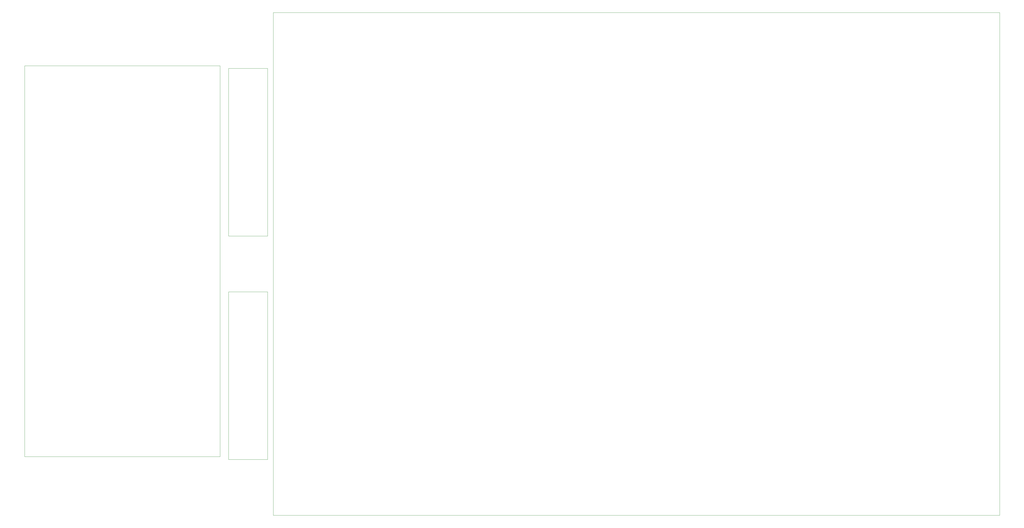
<source format=gbr>
%TF.GenerationSoftware,KiCad,Pcbnew,(7.0.0)*%
%TF.CreationDate,2023-05-12T02:10:12+03:00*%
%TF.ProjectId,Battery with Active BMS,42617474-6572-4792-9077-697468204163,rev?*%
%TF.SameCoordinates,Original*%
%TF.FileFunction,Profile,NP*%
%FSLAX46Y46*%
G04 Gerber Fmt 4.6, Leading zero omitted, Abs format (unit mm)*
G04 Created by KiCad (PCBNEW (7.0.0)) date 2023-05-12 02:10:12*
%MOMM*%
%LPD*%
G01*
G04 APERTURE LIST*
%TA.AperFunction,Profile*%
%ADD10C,0.100000*%
%TD*%
G04 APERTURE END LIST*
D10*
X86000000Y-93974600D02*
X100000000Y-93974600D01*
X100000000Y-93974600D02*
X100000000Y-154000000D01*
X100000000Y-154000000D02*
X86000000Y-154000000D01*
X86000000Y-154000000D02*
X86000000Y-93974600D01*
X13000000Y-13000000D02*
X83000000Y-13000000D01*
X83000000Y-13000000D02*
X83000000Y-153000000D01*
X83000000Y-153000000D02*
X13000000Y-153000000D01*
X13000000Y-153000000D02*
X13000000Y-13000000D01*
X102000000Y6000000D02*
X362000000Y6000000D01*
X362000000Y6000000D02*
X362000000Y-174000000D01*
X362000000Y-174000000D02*
X102000000Y-174000000D01*
X102000000Y-174000000D02*
X102000000Y6000000D01*
X86000000Y-14000000D02*
X100000000Y-14000000D01*
X100000000Y-14000000D02*
X100000000Y-74025400D01*
X100000000Y-74025400D02*
X86000000Y-74025400D01*
X86000000Y-74025400D02*
X86000000Y-14000000D01*
M02*

</source>
